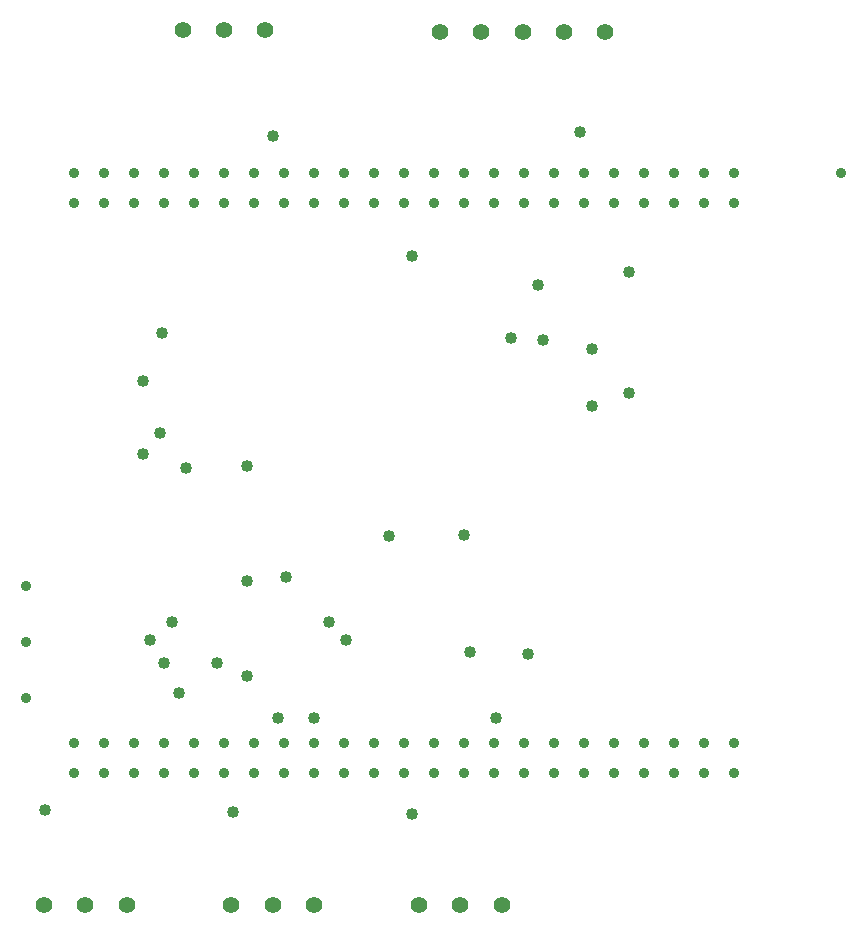
<source format=gbr>
%TF.GenerationSoftware,Novarm,DipTrace,3.3.1.3*%
%TF.CreationDate,2020-06-26T14:00:07+00:00*%
%FSLAX35Y35*%
%MOMM*%
%TF.FileFunction,Plated,1,2,PTH,Drill*%
%TF.Part,Single*%
%TA.AperFunction,ViaDrill*%
%ADD15C,1.016*%
%TA.AperFunction,ComponentDrill*%
%ADD45C,0.9*%
%ADD46C,1.4*%
G75*
G01*
D45*
X100387Y508140D3*
X103067Y976370D3*
D46*
X3604873Y6147040D3*
X3954873D3*
X4304873D3*
X4654873D3*
X5004873D3*
X4127500Y-1250550D3*
X3777500D3*
X3427500D3*
X2540000D3*
X2190000D3*
X1840000D3*
X952500D3*
X602500D3*
X252500D3*
D45*
X99917Y1452907D3*
X508000Y4953000D3*
X762000D3*
X1016000D3*
X1270000D3*
X1524000D3*
X1778000D3*
X2032000D3*
X2286000D3*
X2540000D3*
X2794000D3*
X3048000D3*
X3302000D3*
X3556000D3*
X3810000D3*
X4064000D3*
X4318000D3*
X4572000D3*
X4826000D3*
X5080000D3*
X5334000D3*
X5588000D3*
X5842000D3*
X6096000D3*
Y4699000D3*
X5842000D3*
X5588000D3*
X5334000D3*
X5080000D3*
X4826000D3*
X4572000D3*
X4318000D3*
X4064000D3*
X3810000D3*
X3556000D3*
X3302000D3*
X3048000D3*
X2794000D3*
X2540000D3*
X2286000D3*
X2032000D3*
X1778000D3*
X1524000D3*
X1270000D3*
X1016000D3*
X762000D3*
X508000D3*
Y127000D3*
X762000D3*
X1016000D3*
X1270000D3*
X1524000D3*
X1778000D3*
X2032000D3*
X2286000D3*
X2540000D3*
X2794000D3*
X3048000D3*
X3302000D3*
X3556000D3*
X3810000D3*
X4064000D3*
X4318000D3*
X4572000D3*
X4826000D3*
X5080000D3*
X5334000D3*
X5588000D3*
X5842000D3*
X6096000D3*
Y-127000D3*
X5842000D3*
X5588000D3*
X5334000D3*
X5080000D3*
X4826000D3*
X4572000D3*
X4318000D3*
X4064000D3*
X3810000D3*
X3556000D3*
X3302000D3*
X3048000D3*
X2794000D3*
X2540000D3*
X2286000D3*
X2032000D3*
X1778000D3*
X1524000D3*
X1270000D3*
X1016000D3*
X762000D3*
X508000D3*
X7001853Y4949717D3*
D46*
X1427523Y6158520D3*
X1777523D3*
X2127523D3*
D15*
X3368163Y4243843D3*
X3174883Y1877550D3*
X1971903Y2472767D3*
X1455143Y2455243D3*
X1971100Y1495647D3*
X2303423Y1532170D3*
X3366270Y-473287D3*
X1851253Y-459060D3*
X3862393Y896823D3*
X3812733Y1888843D3*
X4437143Y4004070D3*
X4204960Y3550837D3*
X4791637Y5300840D3*
X2189160Y5262017D3*
X4474470Y3532617D3*
X4348607Y881240D3*
X258557Y-441887D3*
X4082407Y337660D3*
X2233407D3*
X2540893D3*
X1268617Y804040D3*
X1716360D3*
X1971300Y693683D3*
X1397817Y549543D3*
X1234933Y2751033D3*
X1247850Y3591900D3*
X1091983Y3193263D3*
Y2568167D3*
X1152723Y996987D3*
X2807320D3*
X5208497Y3088427D3*
Y4114743D3*
X1333500Y1153130D3*
X2666147D3*
X4888783Y2974960D3*
Y3461383D3*
M02*

</source>
